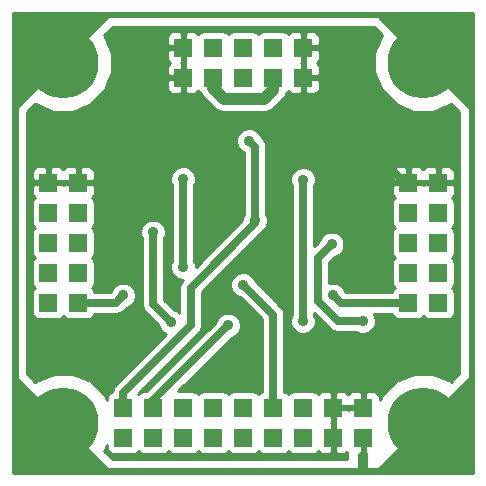
<source format=gbr>
G04 #@! TF.FileFunction,Copper,L2,Bot,Signal*
%FSLAX46Y46*%
G04 Gerber Fmt 4.6, Leading zero omitted, Abs format (unit mm)*
G04 Created by KiCad (PCBNEW 4.0.1-stable) date 8. 8. 2016 15:38:06*
%MOMM*%
G01*
G04 APERTURE LIST*
%ADD10C,0.100000*%
%ADD11R,1.524000X1.524000*%
%ADD12C,6.000000*%
%ADD13C,0.889000*%
%ADD14C,0.635000*%
%ADD15C,1.016000*%
%ADD16C,0.254000*%
G04 APERTURE END LIST*
D10*
D11*
X163830000Y-101600000D03*
X161290000Y-101600000D03*
X163830000Y-99060000D03*
X161290000Y-99060000D03*
X163830000Y-96520000D03*
X161290000Y-96520000D03*
X163830000Y-93980000D03*
X161290000Y-93980000D03*
X163830000Y-91440000D03*
X161290000Y-91440000D03*
X157480000Y-110490000D03*
X157480000Y-113030000D03*
X152400000Y-80010000D03*
X152400000Y-82550000D03*
X149860000Y-80010000D03*
X149860000Y-82550000D03*
X147320000Y-80010000D03*
X147320000Y-82550000D03*
X144780000Y-80010000D03*
X144780000Y-82550000D03*
X142240000Y-80010000D03*
X142240000Y-82550000D03*
X133350000Y-101600000D03*
X130810000Y-101600000D03*
X133350000Y-99060000D03*
X130810000Y-99060000D03*
X133350000Y-96520000D03*
X130810000Y-96520000D03*
X133350000Y-93980000D03*
X130810000Y-93980000D03*
X133350000Y-91440000D03*
X130810000Y-91440000D03*
D12*
X132080000Y-111760000D03*
X132080000Y-81280000D03*
X162560000Y-111760000D03*
X162560000Y-81280000D03*
D11*
X154940000Y-110490000D03*
X154940000Y-113030000D03*
X152400000Y-110490000D03*
X152400000Y-113030000D03*
X149860000Y-110490000D03*
X149860000Y-113030000D03*
X147320000Y-110490000D03*
X147320000Y-113030000D03*
X144780000Y-110490000D03*
X144780000Y-113030000D03*
X142240000Y-110490000D03*
X142240000Y-113030000D03*
X139700000Y-110490000D03*
X139700000Y-113030000D03*
X137160000Y-110490000D03*
X137160000Y-113030000D03*
D13*
X137160000Y-100965000D03*
X154940000Y-89916000D03*
X148336000Y-94615000D03*
X147828000Y-87884000D03*
X154940000Y-100965000D03*
X142240000Y-91122500D03*
X142240000Y-98552000D03*
X139700000Y-95631000D03*
X141224000Y-103251000D03*
X157448250Y-103155750D03*
X154813000Y-96647000D03*
X152368250Y-103155750D03*
X152400000Y-91186000D03*
X146050000Y-103505000D03*
X147320000Y-100076000D03*
D14*
X137160000Y-100965000D02*
X136525000Y-101600000D01*
X136525000Y-101600000D02*
X133350000Y-101600000D01*
X161290000Y-91440000D02*
X161036000Y-91440000D01*
X161036000Y-91440000D02*
X159512000Y-89916000D01*
X159512000Y-89916000D02*
X154940000Y-89916000D01*
X148336000Y-94615000D02*
X148336000Y-94869000D01*
X137160000Y-109220000D02*
X137160000Y-110490000D01*
X142875000Y-103505000D02*
X137160000Y-109220000D01*
X142875000Y-100330000D02*
X142875000Y-103505000D01*
X148336000Y-94869000D02*
X142875000Y-100330000D01*
X148336000Y-94615000D02*
X148209000Y-94615000D01*
X148209000Y-94615000D02*
X148336000Y-94615000D01*
X148336000Y-88392000D02*
X148336000Y-94615000D01*
X147828000Y-87884000D02*
X148336000Y-88392000D01*
D15*
X144780000Y-82550000D02*
X144780000Y-83439000D01*
X149860000Y-83566000D02*
X149860000Y-82550000D01*
X149098000Y-84328000D02*
X149860000Y-83566000D01*
X145669000Y-84328000D02*
X149098000Y-84328000D01*
X144780000Y-83439000D02*
X145669000Y-84328000D01*
D14*
X154940000Y-100965000D02*
X155575000Y-101600000D01*
X155575000Y-101600000D02*
X161290000Y-101600000D01*
X142240000Y-91059000D02*
X142240000Y-98552000D01*
X142240000Y-91059000D02*
X142240000Y-91122500D01*
X139700000Y-101727000D02*
X139700000Y-95631000D01*
X141224000Y-103251000D02*
X139700000Y-101727000D01*
X154813000Y-96647000D02*
X153670000Y-97790000D01*
X153670000Y-101473000D02*
X153670000Y-97790000D01*
X155321000Y-103124000D02*
X153670000Y-101473000D01*
X157480000Y-103124000D02*
X155321000Y-103124000D01*
X157480000Y-103124000D02*
X157448250Y-103155750D01*
X152400000Y-103124000D02*
X152400000Y-91186000D01*
X152400000Y-103124000D02*
X152368250Y-103155750D01*
X139700000Y-110490000D02*
X139700000Y-109855000D01*
X139700000Y-109855000D02*
X146050000Y-103505000D01*
X149860000Y-110490000D02*
X149860000Y-102616000D01*
X149860000Y-102616000D02*
X147320000Y-100076000D01*
D16*
G36*
X166803000Y-116003000D02*
X127837000Y-116003000D01*
X127837000Y-85090000D01*
X128143000Y-85090000D01*
X128143000Y-107950000D01*
X128153006Y-107999410D01*
X128180197Y-108039803D01*
X135800197Y-115659803D01*
X135842211Y-115687666D01*
X135890000Y-115697000D01*
X157035500Y-115697000D01*
X157084910Y-115686994D01*
X157126535Y-115658553D01*
X157153815Y-115616159D01*
X157162500Y-115570000D01*
X157162500Y-114427000D01*
X157194250Y-114427000D01*
X157353000Y-114268250D01*
X157353000Y-113157000D01*
X157333000Y-113157000D01*
X157333000Y-112903000D01*
X157353000Y-112903000D01*
X157353000Y-112883000D01*
X157607000Y-112883000D01*
X157607000Y-112903000D01*
X157627000Y-112903000D01*
X157627000Y-113157000D01*
X157607000Y-113157000D01*
X157607000Y-114268250D01*
X157734000Y-114395250D01*
X157734000Y-115570000D01*
X157744006Y-115619410D01*
X157772447Y-115661035D01*
X157814841Y-115688315D01*
X157861000Y-115697000D01*
X158750000Y-115697000D01*
X158799410Y-115686994D01*
X158839803Y-115659803D01*
X166459803Y-108039803D01*
X166487666Y-107997789D01*
X166497000Y-107950000D01*
X166497000Y-85090000D01*
X166486994Y-85040590D01*
X166459803Y-85000197D01*
X158839803Y-77380197D01*
X158797789Y-77352334D01*
X158750000Y-77343000D01*
X135890000Y-77343000D01*
X135840590Y-77353006D01*
X135800197Y-77380197D01*
X128180197Y-85000197D01*
X128152334Y-85042211D01*
X128143000Y-85090000D01*
X127837000Y-85090000D01*
X127837000Y-77037000D01*
X166803000Y-77037000D01*
X166803000Y-116003000D01*
X166803000Y-116003000D01*
G37*
X166803000Y-116003000D02*
X127837000Y-116003000D01*
X127837000Y-85090000D01*
X128143000Y-85090000D01*
X128143000Y-107950000D01*
X128153006Y-107999410D01*
X128180197Y-108039803D01*
X135800197Y-115659803D01*
X135842211Y-115687666D01*
X135890000Y-115697000D01*
X157035500Y-115697000D01*
X157084910Y-115686994D01*
X157126535Y-115658553D01*
X157153815Y-115616159D01*
X157162500Y-115570000D01*
X157162500Y-114427000D01*
X157194250Y-114427000D01*
X157353000Y-114268250D01*
X157353000Y-113157000D01*
X157333000Y-113157000D01*
X157333000Y-112903000D01*
X157353000Y-112903000D01*
X157353000Y-112883000D01*
X157607000Y-112883000D01*
X157607000Y-112903000D01*
X157627000Y-112903000D01*
X157627000Y-113157000D01*
X157607000Y-113157000D01*
X157607000Y-114268250D01*
X157734000Y-114395250D01*
X157734000Y-115570000D01*
X157744006Y-115619410D01*
X157772447Y-115661035D01*
X157814841Y-115688315D01*
X157861000Y-115697000D01*
X158750000Y-115697000D01*
X158799410Y-115686994D01*
X158839803Y-115659803D01*
X166459803Y-108039803D01*
X166487666Y-107997789D01*
X166497000Y-107950000D01*
X166497000Y-85090000D01*
X166486994Y-85040590D01*
X166459803Y-85000197D01*
X158839803Y-77380197D01*
X158797789Y-77352334D01*
X158750000Y-77343000D01*
X135890000Y-77343000D01*
X135840590Y-77353006D01*
X135800197Y-77380197D01*
X128180197Y-85000197D01*
X128152334Y-85042211D01*
X128143000Y-85090000D01*
X127837000Y-85090000D01*
X127837000Y-77037000D01*
X166803000Y-77037000D01*
X166803000Y-116003000D01*
G36*
X159075222Y-78927328D02*
X159063340Y-78939190D01*
X158433718Y-80455487D01*
X158432285Y-82097310D01*
X159059259Y-83614704D01*
X160219190Y-84776660D01*
X161735487Y-85406282D01*
X163377310Y-85407715D01*
X164894704Y-84780741D01*
X164911684Y-84763790D01*
X165608000Y-85460106D01*
X165608000Y-107579894D01*
X164912672Y-108275222D01*
X164900810Y-108263340D01*
X163384513Y-107633718D01*
X161742690Y-107632285D01*
X160225296Y-108259259D01*
X159063340Y-109419190D01*
X158877000Y-109867946D01*
X158877000Y-109601691D01*
X158780327Y-109368302D01*
X158601699Y-109189673D01*
X158368310Y-109093000D01*
X157765750Y-109093000D01*
X157607000Y-109251750D01*
X157607000Y-110363000D01*
X157627000Y-110363000D01*
X157627000Y-110617000D01*
X157607000Y-110617000D01*
X157607000Y-110637000D01*
X157353000Y-110637000D01*
X157353000Y-110617000D01*
X156241750Y-110617000D01*
X156210000Y-110648750D01*
X156178250Y-110617000D01*
X155067000Y-110617000D01*
X155067000Y-111728250D01*
X155098750Y-111760000D01*
X155067000Y-111791750D01*
X155067000Y-112903000D01*
X155087000Y-112903000D01*
X155087000Y-113157000D01*
X155067000Y-113157000D01*
X155067000Y-114268250D01*
X155225750Y-114427000D01*
X155828310Y-114427000D01*
X156061699Y-114330327D01*
X156146500Y-114245525D01*
X156146500Y-114808000D01*
X136260106Y-114808000D01*
X135564778Y-114112672D01*
X135576660Y-114100810D01*
X135750560Y-113682013D01*
X135750560Y-113792000D01*
X135794838Y-114027317D01*
X135933910Y-114243441D01*
X136146110Y-114388431D01*
X136398000Y-114439440D01*
X137922000Y-114439440D01*
X138157317Y-114395162D01*
X138373441Y-114256090D01*
X138429374Y-114174230D01*
X138473910Y-114243441D01*
X138686110Y-114388431D01*
X138938000Y-114439440D01*
X140462000Y-114439440D01*
X140697317Y-114395162D01*
X140913441Y-114256090D01*
X140969374Y-114174230D01*
X141013910Y-114243441D01*
X141226110Y-114388431D01*
X141478000Y-114439440D01*
X143002000Y-114439440D01*
X143237317Y-114395162D01*
X143453441Y-114256090D01*
X143509374Y-114174230D01*
X143553910Y-114243441D01*
X143766110Y-114388431D01*
X144018000Y-114439440D01*
X145542000Y-114439440D01*
X145777317Y-114395162D01*
X145993441Y-114256090D01*
X146049374Y-114174230D01*
X146093910Y-114243441D01*
X146306110Y-114388431D01*
X146558000Y-114439440D01*
X148082000Y-114439440D01*
X148317317Y-114395162D01*
X148533441Y-114256090D01*
X148589374Y-114174230D01*
X148633910Y-114243441D01*
X148846110Y-114388431D01*
X149098000Y-114439440D01*
X150622000Y-114439440D01*
X150857317Y-114395162D01*
X151073441Y-114256090D01*
X151129374Y-114174230D01*
X151173910Y-114243441D01*
X151386110Y-114388431D01*
X151638000Y-114439440D01*
X153162000Y-114439440D01*
X153397317Y-114395162D01*
X153613441Y-114256090D01*
X153666464Y-114178489D01*
X153818301Y-114330327D01*
X154051690Y-114427000D01*
X154654250Y-114427000D01*
X154813000Y-114268250D01*
X154813000Y-113157000D01*
X154793000Y-113157000D01*
X154793000Y-112903000D01*
X154813000Y-112903000D01*
X154813000Y-111791750D01*
X154781250Y-111760000D01*
X154813000Y-111728250D01*
X154813000Y-110617000D01*
X154793000Y-110617000D01*
X154793000Y-110363000D01*
X154813000Y-110363000D01*
X154813000Y-109251750D01*
X155067000Y-109251750D01*
X155067000Y-110363000D01*
X156178250Y-110363000D01*
X156210000Y-110331250D01*
X156241750Y-110363000D01*
X157353000Y-110363000D01*
X157353000Y-109251750D01*
X157194250Y-109093000D01*
X156591690Y-109093000D01*
X156358301Y-109189673D01*
X156210000Y-109337975D01*
X156061699Y-109189673D01*
X155828310Y-109093000D01*
X155225750Y-109093000D01*
X155067000Y-109251750D01*
X154813000Y-109251750D01*
X154654250Y-109093000D01*
X154051690Y-109093000D01*
X153818301Y-109189673D01*
X153667329Y-109340646D01*
X153626090Y-109276559D01*
X153413890Y-109131569D01*
X153162000Y-109080560D01*
X151638000Y-109080560D01*
X151402683Y-109124838D01*
X151186559Y-109263910D01*
X151130626Y-109345770D01*
X151086090Y-109276559D01*
X150873890Y-109131569D01*
X150812500Y-109119137D01*
X150812500Y-103369534D01*
X151288563Y-103369534D01*
X151452561Y-103766439D01*
X151755964Y-104070372D01*
X152152582Y-104235063D01*
X152582034Y-104235437D01*
X152978939Y-104071439D01*
X153282872Y-103768036D01*
X153447563Y-103371418D01*
X153447937Y-102941966D01*
X153352500Y-102710991D01*
X153352500Y-102502538D01*
X154647481Y-103797519D01*
X154956494Y-104003995D01*
X155321000Y-104076500D01*
X156850722Y-104076500D01*
X157232582Y-104235063D01*
X157662034Y-104235437D01*
X158058939Y-104071439D01*
X158362872Y-103768036D01*
X158527563Y-103371418D01*
X158527937Y-102941966D01*
X158367013Y-102552500D01*
X159916405Y-102552500D01*
X159924838Y-102597317D01*
X160063910Y-102813441D01*
X160276110Y-102958431D01*
X160528000Y-103009440D01*
X162052000Y-103009440D01*
X162287317Y-102965162D01*
X162503441Y-102826090D01*
X162559374Y-102744230D01*
X162603910Y-102813441D01*
X162816110Y-102958431D01*
X163068000Y-103009440D01*
X164592000Y-103009440D01*
X164827317Y-102965162D01*
X165043441Y-102826090D01*
X165188431Y-102613890D01*
X165239440Y-102362000D01*
X165239440Y-100838000D01*
X165195162Y-100602683D01*
X165056090Y-100386559D01*
X164974230Y-100330626D01*
X165043441Y-100286090D01*
X165188431Y-100073890D01*
X165239440Y-99822000D01*
X165239440Y-98298000D01*
X165195162Y-98062683D01*
X165056090Y-97846559D01*
X164974230Y-97790626D01*
X165043441Y-97746090D01*
X165188431Y-97533890D01*
X165239440Y-97282000D01*
X165239440Y-95758000D01*
X165195162Y-95522683D01*
X165056090Y-95306559D01*
X164974230Y-95250626D01*
X165043441Y-95206090D01*
X165188431Y-94993890D01*
X165239440Y-94742000D01*
X165239440Y-93218000D01*
X165195162Y-92982683D01*
X165056090Y-92766559D01*
X164978489Y-92713536D01*
X165130327Y-92561699D01*
X165227000Y-92328310D01*
X165227000Y-91725750D01*
X165068250Y-91567000D01*
X163957000Y-91567000D01*
X163957000Y-91587000D01*
X163703000Y-91587000D01*
X163703000Y-91567000D01*
X162591750Y-91567000D01*
X162560000Y-91598750D01*
X162528250Y-91567000D01*
X161417000Y-91567000D01*
X161417000Y-91587000D01*
X161163000Y-91587000D01*
X161163000Y-91567000D01*
X160051750Y-91567000D01*
X159893000Y-91725750D01*
X159893000Y-92328310D01*
X159989673Y-92561699D01*
X160140646Y-92712671D01*
X160076559Y-92753910D01*
X159931569Y-92966110D01*
X159880560Y-93218000D01*
X159880560Y-94742000D01*
X159924838Y-94977317D01*
X160063910Y-95193441D01*
X160145770Y-95249374D01*
X160076559Y-95293910D01*
X159931569Y-95506110D01*
X159880560Y-95758000D01*
X159880560Y-97282000D01*
X159924838Y-97517317D01*
X160063910Y-97733441D01*
X160145770Y-97789374D01*
X160076559Y-97833910D01*
X159931569Y-98046110D01*
X159880560Y-98298000D01*
X159880560Y-99822000D01*
X159924838Y-100057317D01*
X160063910Y-100273441D01*
X160145770Y-100329374D01*
X160076559Y-100373910D01*
X159931569Y-100586110D01*
X159919137Y-100647500D01*
X155976832Y-100647500D01*
X155855689Y-100354311D01*
X155552286Y-100050378D01*
X155155668Y-99885687D01*
X154726216Y-99885313D01*
X154622500Y-99928168D01*
X154622500Y-98184538D01*
X155118069Y-97688969D01*
X155423689Y-97562689D01*
X155727622Y-97259286D01*
X155892313Y-96862668D01*
X155892687Y-96433216D01*
X155728689Y-96036311D01*
X155425286Y-95732378D01*
X155028668Y-95567687D01*
X154599216Y-95567313D01*
X154202311Y-95731311D01*
X153898378Y-96034714D01*
X153770653Y-96342309D01*
X153352500Y-96760462D01*
X153352500Y-91707066D01*
X153479313Y-91401668D01*
X153479687Y-90972216D01*
X153315689Y-90575311D01*
X153292110Y-90551690D01*
X159893000Y-90551690D01*
X159893000Y-91154250D01*
X160051750Y-91313000D01*
X161163000Y-91313000D01*
X161163000Y-90201750D01*
X161417000Y-90201750D01*
X161417000Y-91313000D01*
X162528250Y-91313000D01*
X162560000Y-91281250D01*
X162591750Y-91313000D01*
X163703000Y-91313000D01*
X163703000Y-90201750D01*
X163957000Y-90201750D01*
X163957000Y-91313000D01*
X165068250Y-91313000D01*
X165227000Y-91154250D01*
X165227000Y-90551690D01*
X165130327Y-90318301D01*
X164951698Y-90139673D01*
X164718309Y-90043000D01*
X164115750Y-90043000D01*
X163957000Y-90201750D01*
X163703000Y-90201750D01*
X163544250Y-90043000D01*
X162941691Y-90043000D01*
X162708302Y-90139673D01*
X162560000Y-90287974D01*
X162411698Y-90139673D01*
X162178309Y-90043000D01*
X161575750Y-90043000D01*
X161417000Y-90201750D01*
X161163000Y-90201750D01*
X161004250Y-90043000D01*
X160401691Y-90043000D01*
X160168302Y-90139673D01*
X159989673Y-90318301D01*
X159893000Y-90551690D01*
X153292110Y-90551690D01*
X153012286Y-90271378D01*
X152615668Y-90106687D01*
X152186216Y-90106313D01*
X151789311Y-90270311D01*
X151485378Y-90573714D01*
X151320687Y-90970332D01*
X151320313Y-91399784D01*
X151447500Y-91707600D01*
X151447500Y-102558222D01*
X151288937Y-102940082D01*
X151288563Y-103369534D01*
X150812500Y-103369534D01*
X150812500Y-102616000D01*
X150739995Y-102251494D01*
X150669853Y-102146519D01*
X150533519Y-101942480D01*
X148361968Y-99770930D01*
X148235689Y-99465311D01*
X147932286Y-99161378D01*
X147535668Y-98996687D01*
X147106216Y-98996313D01*
X146709311Y-99160311D01*
X146405378Y-99463714D01*
X146240687Y-99860332D01*
X146240313Y-100289784D01*
X146404311Y-100686689D01*
X146707714Y-100990622D01*
X147015309Y-101118347D01*
X148907500Y-103010539D01*
X148907500Y-109116405D01*
X148862683Y-109124838D01*
X148646559Y-109263910D01*
X148590626Y-109345770D01*
X148546090Y-109276559D01*
X148333890Y-109131569D01*
X148082000Y-109080560D01*
X146558000Y-109080560D01*
X146322683Y-109124838D01*
X146106559Y-109263910D01*
X146050626Y-109345770D01*
X146006090Y-109276559D01*
X145793890Y-109131569D01*
X145542000Y-109080560D01*
X144018000Y-109080560D01*
X143782683Y-109124838D01*
X143566559Y-109263910D01*
X143510626Y-109345770D01*
X143466090Y-109276559D01*
X143253890Y-109131569D01*
X143002000Y-109080560D01*
X141821478Y-109080560D01*
X146355069Y-104546969D01*
X146660689Y-104420689D01*
X146964622Y-104117286D01*
X147129313Y-103720668D01*
X147129687Y-103291216D01*
X146965689Y-102894311D01*
X146662286Y-102590378D01*
X146265668Y-102425687D01*
X145836216Y-102425313D01*
X145439311Y-102589311D01*
X145135378Y-102892714D01*
X145007653Y-103200309D01*
X139127402Y-109080560D01*
X138938000Y-109080560D01*
X138702683Y-109124838D01*
X138486559Y-109263910D01*
X138430626Y-109345770D01*
X138411301Y-109315737D01*
X143548520Y-104178519D01*
X143718236Y-103924519D01*
X143754995Y-103869506D01*
X143827500Y-103505000D01*
X143827500Y-100724538D01*
X149009519Y-95542519D01*
X149159114Y-95318635D01*
X149250622Y-95227286D01*
X149415313Y-94830668D01*
X149415687Y-94401216D01*
X149288500Y-94093400D01*
X149288500Y-88392000D01*
X149215995Y-88027494D01*
X149009519Y-87718480D01*
X148869968Y-87578929D01*
X148743689Y-87273311D01*
X148440286Y-86969378D01*
X148043668Y-86804687D01*
X147614216Y-86804313D01*
X147217311Y-86968311D01*
X146913378Y-87271714D01*
X146748687Y-87668332D01*
X146748313Y-88097784D01*
X146912311Y-88494689D01*
X147215714Y-88798622D01*
X147383500Y-88868293D01*
X147383500Y-94093934D01*
X147256687Y-94399332D01*
X147256511Y-94601451D01*
X143319513Y-98538449D01*
X143319687Y-98338216D01*
X143192500Y-98030400D01*
X143192500Y-91643566D01*
X143319313Y-91338168D01*
X143319687Y-90908716D01*
X143155689Y-90511811D01*
X142852286Y-90207878D01*
X142455668Y-90043187D01*
X142026216Y-90042813D01*
X141629311Y-90206811D01*
X141325378Y-90510214D01*
X141160687Y-90906832D01*
X141160313Y-91336284D01*
X141287500Y-91644100D01*
X141287500Y-98030934D01*
X141160687Y-98336332D01*
X141160313Y-98765784D01*
X141324311Y-99162689D01*
X141627714Y-99466622D01*
X142024332Y-99631313D01*
X142226473Y-99631489D01*
X142201481Y-99656481D01*
X141995005Y-99965494D01*
X141922500Y-100330000D01*
X141922500Y-102422743D01*
X141836286Y-102336378D01*
X141528692Y-102208653D01*
X140652500Y-101332462D01*
X140652500Y-96152066D01*
X140779313Y-95846668D01*
X140779687Y-95417216D01*
X140615689Y-95020311D01*
X140312286Y-94716378D01*
X139915668Y-94551687D01*
X139486216Y-94551313D01*
X139089311Y-94715311D01*
X138785378Y-95018714D01*
X138620687Y-95415332D01*
X138620313Y-95844784D01*
X138747500Y-96152600D01*
X138747500Y-101727000D01*
X138820005Y-102091506D01*
X139026481Y-102400519D01*
X140182032Y-103556071D01*
X140308311Y-103861689D01*
X140611714Y-104165622D01*
X140792337Y-104240624D01*
X136486481Y-108546481D01*
X136280005Y-108855494D01*
X136228908Y-109112377D01*
X136162683Y-109124838D01*
X135946559Y-109263910D01*
X135801569Y-109476110D01*
X135750560Y-109728000D01*
X135750560Y-109836290D01*
X135580741Y-109425296D01*
X134420810Y-108263340D01*
X132904513Y-107633718D01*
X131262690Y-107632285D01*
X129745296Y-108259259D01*
X129728316Y-108276210D01*
X129032000Y-107579894D01*
X129032000Y-93218000D01*
X129400560Y-93218000D01*
X129400560Y-94742000D01*
X129444838Y-94977317D01*
X129583910Y-95193441D01*
X129665770Y-95249374D01*
X129596559Y-95293910D01*
X129451569Y-95506110D01*
X129400560Y-95758000D01*
X129400560Y-97282000D01*
X129444838Y-97517317D01*
X129583910Y-97733441D01*
X129665770Y-97789374D01*
X129596559Y-97833910D01*
X129451569Y-98046110D01*
X129400560Y-98298000D01*
X129400560Y-99822000D01*
X129444838Y-100057317D01*
X129583910Y-100273441D01*
X129665770Y-100329374D01*
X129596559Y-100373910D01*
X129451569Y-100586110D01*
X129400560Y-100838000D01*
X129400560Y-102362000D01*
X129444838Y-102597317D01*
X129583910Y-102813441D01*
X129796110Y-102958431D01*
X130048000Y-103009440D01*
X131572000Y-103009440D01*
X131807317Y-102965162D01*
X132023441Y-102826090D01*
X132079374Y-102744230D01*
X132123910Y-102813441D01*
X132336110Y-102958431D01*
X132588000Y-103009440D01*
X134112000Y-103009440D01*
X134347317Y-102965162D01*
X134563441Y-102826090D01*
X134708431Y-102613890D01*
X134720863Y-102552500D01*
X136525000Y-102552500D01*
X136889506Y-102479995D01*
X137198519Y-102273519D01*
X137465069Y-102006969D01*
X137770689Y-101880689D01*
X138074622Y-101577286D01*
X138239313Y-101180668D01*
X138239687Y-100751216D01*
X138075689Y-100354311D01*
X137772286Y-100050378D01*
X137375668Y-99885687D01*
X136946216Y-99885313D01*
X136549311Y-100049311D01*
X136245378Y-100352714D01*
X136122972Y-100647500D01*
X134723595Y-100647500D01*
X134715162Y-100602683D01*
X134576090Y-100386559D01*
X134494230Y-100330626D01*
X134563441Y-100286090D01*
X134708431Y-100073890D01*
X134759440Y-99822000D01*
X134759440Y-98298000D01*
X134715162Y-98062683D01*
X134576090Y-97846559D01*
X134494230Y-97790626D01*
X134563441Y-97746090D01*
X134708431Y-97533890D01*
X134759440Y-97282000D01*
X134759440Y-95758000D01*
X134715162Y-95522683D01*
X134576090Y-95306559D01*
X134494230Y-95250626D01*
X134563441Y-95206090D01*
X134708431Y-94993890D01*
X134759440Y-94742000D01*
X134759440Y-93218000D01*
X134715162Y-92982683D01*
X134576090Y-92766559D01*
X134498489Y-92713536D01*
X134650327Y-92561699D01*
X134747000Y-92328310D01*
X134747000Y-91725750D01*
X134588250Y-91567000D01*
X133477000Y-91567000D01*
X133477000Y-91587000D01*
X133223000Y-91587000D01*
X133223000Y-91567000D01*
X132111750Y-91567000D01*
X132080000Y-91598750D01*
X132048250Y-91567000D01*
X130937000Y-91567000D01*
X130937000Y-91587000D01*
X130683000Y-91587000D01*
X130683000Y-91567000D01*
X129571750Y-91567000D01*
X129413000Y-91725750D01*
X129413000Y-92328310D01*
X129509673Y-92561699D01*
X129660646Y-92712671D01*
X129596559Y-92753910D01*
X129451569Y-92966110D01*
X129400560Y-93218000D01*
X129032000Y-93218000D01*
X129032000Y-90551690D01*
X129413000Y-90551690D01*
X129413000Y-91154250D01*
X129571750Y-91313000D01*
X130683000Y-91313000D01*
X130683000Y-90201750D01*
X130937000Y-90201750D01*
X130937000Y-91313000D01*
X132048250Y-91313000D01*
X132080000Y-91281250D01*
X132111750Y-91313000D01*
X133223000Y-91313000D01*
X133223000Y-90201750D01*
X133477000Y-90201750D01*
X133477000Y-91313000D01*
X134588250Y-91313000D01*
X134747000Y-91154250D01*
X134747000Y-90551690D01*
X134650327Y-90318301D01*
X134471698Y-90139673D01*
X134238309Y-90043000D01*
X133635750Y-90043000D01*
X133477000Y-90201750D01*
X133223000Y-90201750D01*
X133064250Y-90043000D01*
X132461691Y-90043000D01*
X132228302Y-90139673D01*
X132080000Y-90287974D01*
X131931698Y-90139673D01*
X131698309Y-90043000D01*
X131095750Y-90043000D01*
X130937000Y-90201750D01*
X130683000Y-90201750D01*
X130524250Y-90043000D01*
X129921691Y-90043000D01*
X129688302Y-90139673D01*
X129509673Y-90318301D01*
X129413000Y-90551690D01*
X129032000Y-90551690D01*
X129032000Y-85460106D01*
X129727328Y-84764778D01*
X129739190Y-84776660D01*
X131255487Y-85406282D01*
X132897310Y-85407715D01*
X134414704Y-84780741D01*
X135576660Y-83620810D01*
X135902645Y-82835750D01*
X140843000Y-82835750D01*
X140843000Y-83438309D01*
X140939673Y-83671698D01*
X141118301Y-83850327D01*
X141351690Y-83947000D01*
X141954250Y-83947000D01*
X142113000Y-83788250D01*
X142113000Y-82677000D01*
X141001750Y-82677000D01*
X140843000Y-82835750D01*
X135902645Y-82835750D01*
X136206282Y-82104513D01*
X136207715Y-80462690D01*
X136138737Y-80295750D01*
X140843000Y-80295750D01*
X140843000Y-80898309D01*
X140939673Y-81131698D01*
X141087974Y-81280000D01*
X140939673Y-81428302D01*
X140843000Y-81661691D01*
X140843000Y-82264250D01*
X141001750Y-82423000D01*
X142113000Y-82423000D01*
X142113000Y-81311750D01*
X142081250Y-81280000D01*
X142113000Y-81248250D01*
X142113000Y-80137000D01*
X141001750Y-80137000D01*
X140843000Y-80295750D01*
X136138737Y-80295750D01*
X135653626Y-79121691D01*
X140843000Y-79121691D01*
X140843000Y-79724250D01*
X141001750Y-79883000D01*
X142113000Y-79883000D01*
X142113000Y-78771750D01*
X142367000Y-78771750D01*
X142367000Y-79883000D01*
X142387000Y-79883000D01*
X142387000Y-80137000D01*
X142367000Y-80137000D01*
X142367000Y-81248250D01*
X142398750Y-81280000D01*
X142367000Y-81311750D01*
X142367000Y-82423000D01*
X142387000Y-82423000D01*
X142387000Y-82677000D01*
X142367000Y-82677000D01*
X142367000Y-83788250D01*
X142525750Y-83947000D01*
X143128310Y-83947000D01*
X143361699Y-83850327D01*
X143512671Y-83699354D01*
X143553910Y-83763441D01*
X143728009Y-83882398D01*
X143971777Y-84247223D01*
X144860777Y-85136223D01*
X145231593Y-85383994D01*
X145669000Y-85471000D01*
X149098000Y-85471000D01*
X149535407Y-85383994D01*
X149906223Y-85136223D01*
X150668223Y-84374223D01*
X150915994Y-84003407D01*
X150944737Y-83858909D01*
X151073441Y-83776090D01*
X151126464Y-83698489D01*
X151278301Y-83850327D01*
X151511690Y-83947000D01*
X152114250Y-83947000D01*
X152273000Y-83788250D01*
X152273000Y-82677000D01*
X152527000Y-82677000D01*
X152527000Y-83788250D01*
X152685750Y-83947000D01*
X153288310Y-83947000D01*
X153521699Y-83850327D01*
X153700327Y-83671698D01*
X153797000Y-83438309D01*
X153797000Y-82835750D01*
X153638250Y-82677000D01*
X152527000Y-82677000D01*
X152273000Y-82677000D01*
X152253000Y-82677000D01*
X152253000Y-82423000D01*
X152273000Y-82423000D01*
X152273000Y-81311750D01*
X152241250Y-81280000D01*
X152273000Y-81248250D01*
X152273000Y-80137000D01*
X152527000Y-80137000D01*
X152527000Y-81248250D01*
X152558750Y-81280000D01*
X152527000Y-81311750D01*
X152527000Y-82423000D01*
X153638250Y-82423000D01*
X153797000Y-82264250D01*
X153797000Y-81661691D01*
X153700327Y-81428302D01*
X153552026Y-81280000D01*
X153700327Y-81131698D01*
X153797000Y-80898309D01*
X153797000Y-80295750D01*
X153638250Y-80137000D01*
X152527000Y-80137000D01*
X152273000Y-80137000D01*
X152253000Y-80137000D01*
X152253000Y-79883000D01*
X152273000Y-79883000D01*
X152273000Y-78771750D01*
X152527000Y-78771750D01*
X152527000Y-79883000D01*
X153638250Y-79883000D01*
X153797000Y-79724250D01*
X153797000Y-79121691D01*
X153700327Y-78888302D01*
X153521699Y-78709673D01*
X153288310Y-78613000D01*
X152685750Y-78613000D01*
X152527000Y-78771750D01*
X152273000Y-78771750D01*
X152114250Y-78613000D01*
X151511690Y-78613000D01*
X151278301Y-78709673D01*
X151127329Y-78860646D01*
X151086090Y-78796559D01*
X150873890Y-78651569D01*
X150622000Y-78600560D01*
X149098000Y-78600560D01*
X148862683Y-78644838D01*
X148646559Y-78783910D01*
X148590626Y-78865770D01*
X148546090Y-78796559D01*
X148333890Y-78651569D01*
X148082000Y-78600560D01*
X146558000Y-78600560D01*
X146322683Y-78644838D01*
X146106559Y-78783910D01*
X146050626Y-78865770D01*
X146006090Y-78796559D01*
X145793890Y-78651569D01*
X145542000Y-78600560D01*
X144018000Y-78600560D01*
X143782683Y-78644838D01*
X143566559Y-78783910D01*
X143513536Y-78861511D01*
X143361699Y-78709673D01*
X143128310Y-78613000D01*
X142525750Y-78613000D01*
X142367000Y-78771750D01*
X142113000Y-78771750D01*
X141954250Y-78613000D01*
X141351690Y-78613000D01*
X141118301Y-78709673D01*
X140939673Y-78888302D01*
X140843000Y-79121691D01*
X135653626Y-79121691D01*
X135580741Y-78945296D01*
X135563790Y-78928316D01*
X136260106Y-78232000D01*
X158379894Y-78232000D01*
X159075222Y-78927328D01*
X159075222Y-78927328D01*
G37*
X159075222Y-78927328D02*
X159063340Y-78939190D01*
X158433718Y-80455487D01*
X158432285Y-82097310D01*
X159059259Y-83614704D01*
X160219190Y-84776660D01*
X161735487Y-85406282D01*
X163377310Y-85407715D01*
X164894704Y-84780741D01*
X164911684Y-84763790D01*
X165608000Y-85460106D01*
X165608000Y-107579894D01*
X164912672Y-108275222D01*
X164900810Y-108263340D01*
X163384513Y-107633718D01*
X161742690Y-107632285D01*
X160225296Y-108259259D01*
X159063340Y-109419190D01*
X158877000Y-109867946D01*
X158877000Y-109601691D01*
X158780327Y-109368302D01*
X158601699Y-109189673D01*
X158368310Y-109093000D01*
X157765750Y-109093000D01*
X157607000Y-109251750D01*
X157607000Y-110363000D01*
X157627000Y-110363000D01*
X157627000Y-110617000D01*
X157607000Y-110617000D01*
X157607000Y-110637000D01*
X157353000Y-110637000D01*
X157353000Y-110617000D01*
X156241750Y-110617000D01*
X156210000Y-110648750D01*
X156178250Y-110617000D01*
X155067000Y-110617000D01*
X155067000Y-111728250D01*
X155098750Y-111760000D01*
X155067000Y-111791750D01*
X155067000Y-112903000D01*
X155087000Y-112903000D01*
X155087000Y-113157000D01*
X155067000Y-113157000D01*
X155067000Y-114268250D01*
X155225750Y-114427000D01*
X155828310Y-114427000D01*
X156061699Y-114330327D01*
X156146500Y-114245525D01*
X156146500Y-114808000D01*
X136260106Y-114808000D01*
X135564778Y-114112672D01*
X135576660Y-114100810D01*
X135750560Y-113682013D01*
X135750560Y-113792000D01*
X135794838Y-114027317D01*
X135933910Y-114243441D01*
X136146110Y-114388431D01*
X136398000Y-114439440D01*
X137922000Y-114439440D01*
X138157317Y-114395162D01*
X138373441Y-114256090D01*
X138429374Y-114174230D01*
X138473910Y-114243441D01*
X138686110Y-114388431D01*
X138938000Y-114439440D01*
X140462000Y-114439440D01*
X140697317Y-114395162D01*
X140913441Y-114256090D01*
X140969374Y-114174230D01*
X141013910Y-114243441D01*
X141226110Y-114388431D01*
X141478000Y-114439440D01*
X143002000Y-114439440D01*
X143237317Y-114395162D01*
X143453441Y-114256090D01*
X143509374Y-114174230D01*
X143553910Y-114243441D01*
X143766110Y-114388431D01*
X144018000Y-114439440D01*
X145542000Y-114439440D01*
X145777317Y-114395162D01*
X145993441Y-114256090D01*
X146049374Y-114174230D01*
X146093910Y-114243441D01*
X146306110Y-114388431D01*
X146558000Y-114439440D01*
X148082000Y-114439440D01*
X148317317Y-114395162D01*
X148533441Y-114256090D01*
X148589374Y-114174230D01*
X148633910Y-114243441D01*
X148846110Y-114388431D01*
X149098000Y-114439440D01*
X150622000Y-114439440D01*
X150857317Y-114395162D01*
X151073441Y-114256090D01*
X151129374Y-114174230D01*
X151173910Y-114243441D01*
X151386110Y-114388431D01*
X151638000Y-114439440D01*
X153162000Y-114439440D01*
X153397317Y-114395162D01*
X153613441Y-114256090D01*
X153666464Y-114178489D01*
X153818301Y-114330327D01*
X154051690Y-114427000D01*
X154654250Y-114427000D01*
X154813000Y-114268250D01*
X154813000Y-113157000D01*
X154793000Y-113157000D01*
X154793000Y-112903000D01*
X154813000Y-112903000D01*
X154813000Y-111791750D01*
X154781250Y-111760000D01*
X154813000Y-111728250D01*
X154813000Y-110617000D01*
X154793000Y-110617000D01*
X154793000Y-110363000D01*
X154813000Y-110363000D01*
X154813000Y-109251750D01*
X155067000Y-109251750D01*
X155067000Y-110363000D01*
X156178250Y-110363000D01*
X156210000Y-110331250D01*
X156241750Y-110363000D01*
X157353000Y-110363000D01*
X157353000Y-109251750D01*
X157194250Y-109093000D01*
X156591690Y-109093000D01*
X156358301Y-109189673D01*
X156210000Y-109337975D01*
X156061699Y-109189673D01*
X155828310Y-109093000D01*
X155225750Y-109093000D01*
X155067000Y-109251750D01*
X154813000Y-109251750D01*
X154654250Y-109093000D01*
X154051690Y-109093000D01*
X153818301Y-109189673D01*
X153667329Y-109340646D01*
X153626090Y-109276559D01*
X153413890Y-109131569D01*
X153162000Y-109080560D01*
X151638000Y-109080560D01*
X151402683Y-109124838D01*
X151186559Y-109263910D01*
X151130626Y-109345770D01*
X151086090Y-109276559D01*
X150873890Y-109131569D01*
X150812500Y-109119137D01*
X150812500Y-103369534D01*
X151288563Y-103369534D01*
X151452561Y-103766439D01*
X151755964Y-104070372D01*
X152152582Y-104235063D01*
X152582034Y-104235437D01*
X152978939Y-104071439D01*
X153282872Y-103768036D01*
X153447563Y-103371418D01*
X153447937Y-102941966D01*
X153352500Y-102710991D01*
X153352500Y-102502538D01*
X154647481Y-103797519D01*
X154956494Y-104003995D01*
X155321000Y-104076500D01*
X156850722Y-104076500D01*
X157232582Y-104235063D01*
X157662034Y-104235437D01*
X158058939Y-104071439D01*
X158362872Y-103768036D01*
X158527563Y-103371418D01*
X158527937Y-102941966D01*
X158367013Y-102552500D01*
X159916405Y-102552500D01*
X159924838Y-102597317D01*
X160063910Y-102813441D01*
X160276110Y-102958431D01*
X160528000Y-103009440D01*
X162052000Y-103009440D01*
X162287317Y-102965162D01*
X162503441Y-102826090D01*
X162559374Y-102744230D01*
X162603910Y-102813441D01*
X162816110Y-102958431D01*
X163068000Y-103009440D01*
X164592000Y-103009440D01*
X164827317Y-102965162D01*
X165043441Y-102826090D01*
X165188431Y-102613890D01*
X165239440Y-102362000D01*
X165239440Y-100838000D01*
X165195162Y-100602683D01*
X165056090Y-100386559D01*
X164974230Y-100330626D01*
X165043441Y-100286090D01*
X165188431Y-100073890D01*
X165239440Y-99822000D01*
X165239440Y-98298000D01*
X165195162Y-98062683D01*
X165056090Y-97846559D01*
X164974230Y-97790626D01*
X165043441Y-97746090D01*
X165188431Y-97533890D01*
X165239440Y-97282000D01*
X165239440Y-95758000D01*
X165195162Y-95522683D01*
X165056090Y-95306559D01*
X164974230Y-95250626D01*
X165043441Y-95206090D01*
X165188431Y-94993890D01*
X165239440Y-94742000D01*
X165239440Y-93218000D01*
X165195162Y-92982683D01*
X165056090Y-92766559D01*
X164978489Y-92713536D01*
X165130327Y-92561699D01*
X165227000Y-92328310D01*
X165227000Y-91725750D01*
X165068250Y-91567000D01*
X163957000Y-91567000D01*
X163957000Y-91587000D01*
X163703000Y-91587000D01*
X163703000Y-91567000D01*
X162591750Y-91567000D01*
X162560000Y-91598750D01*
X162528250Y-91567000D01*
X161417000Y-91567000D01*
X161417000Y-91587000D01*
X161163000Y-91587000D01*
X161163000Y-91567000D01*
X160051750Y-91567000D01*
X159893000Y-91725750D01*
X159893000Y-92328310D01*
X159989673Y-92561699D01*
X160140646Y-92712671D01*
X160076559Y-92753910D01*
X159931569Y-92966110D01*
X159880560Y-93218000D01*
X159880560Y-94742000D01*
X159924838Y-94977317D01*
X160063910Y-95193441D01*
X160145770Y-95249374D01*
X160076559Y-95293910D01*
X159931569Y-95506110D01*
X159880560Y-95758000D01*
X159880560Y-97282000D01*
X159924838Y-97517317D01*
X160063910Y-97733441D01*
X160145770Y-97789374D01*
X160076559Y-97833910D01*
X159931569Y-98046110D01*
X159880560Y-98298000D01*
X159880560Y-99822000D01*
X159924838Y-100057317D01*
X160063910Y-100273441D01*
X160145770Y-100329374D01*
X160076559Y-100373910D01*
X159931569Y-100586110D01*
X159919137Y-100647500D01*
X155976832Y-100647500D01*
X155855689Y-100354311D01*
X155552286Y-100050378D01*
X155155668Y-99885687D01*
X154726216Y-99885313D01*
X154622500Y-99928168D01*
X154622500Y-98184538D01*
X155118069Y-97688969D01*
X155423689Y-97562689D01*
X155727622Y-97259286D01*
X155892313Y-96862668D01*
X155892687Y-96433216D01*
X155728689Y-96036311D01*
X155425286Y-95732378D01*
X155028668Y-95567687D01*
X154599216Y-95567313D01*
X154202311Y-95731311D01*
X153898378Y-96034714D01*
X153770653Y-96342309D01*
X153352500Y-96760462D01*
X153352500Y-91707066D01*
X153479313Y-91401668D01*
X153479687Y-90972216D01*
X153315689Y-90575311D01*
X153292110Y-90551690D01*
X159893000Y-90551690D01*
X159893000Y-91154250D01*
X160051750Y-91313000D01*
X161163000Y-91313000D01*
X161163000Y-90201750D01*
X161417000Y-90201750D01*
X161417000Y-91313000D01*
X162528250Y-91313000D01*
X162560000Y-91281250D01*
X162591750Y-91313000D01*
X163703000Y-91313000D01*
X163703000Y-90201750D01*
X163957000Y-90201750D01*
X163957000Y-91313000D01*
X165068250Y-91313000D01*
X165227000Y-91154250D01*
X165227000Y-90551690D01*
X165130327Y-90318301D01*
X164951698Y-90139673D01*
X164718309Y-90043000D01*
X164115750Y-90043000D01*
X163957000Y-90201750D01*
X163703000Y-90201750D01*
X163544250Y-90043000D01*
X162941691Y-90043000D01*
X162708302Y-90139673D01*
X162560000Y-90287974D01*
X162411698Y-90139673D01*
X162178309Y-90043000D01*
X161575750Y-90043000D01*
X161417000Y-90201750D01*
X161163000Y-90201750D01*
X161004250Y-90043000D01*
X160401691Y-90043000D01*
X160168302Y-90139673D01*
X159989673Y-90318301D01*
X159893000Y-90551690D01*
X153292110Y-90551690D01*
X153012286Y-90271378D01*
X152615668Y-90106687D01*
X152186216Y-90106313D01*
X151789311Y-90270311D01*
X151485378Y-90573714D01*
X151320687Y-90970332D01*
X151320313Y-91399784D01*
X151447500Y-91707600D01*
X151447500Y-102558222D01*
X151288937Y-102940082D01*
X151288563Y-103369534D01*
X150812500Y-103369534D01*
X150812500Y-102616000D01*
X150739995Y-102251494D01*
X150669853Y-102146519D01*
X150533519Y-101942480D01*
X148361968Y-99770930D01*
X148235689Y-99465311D01*
X147932286Y-99161378D01*
X147535668Y-98996687D01*
X147106216Y-98996313D01*
X146709311Y-99160311D01*
X146405378Y-99463714D01*
X146240687Y-99860332D01*
X146240313Y-100289784D01*
X146404311Y-100686689D01*
X146707714Y-100990622D01*
X147015309Y-101118347D01*
X148907500Y-103010539D01*
X148907500Y-109116405D01*
X148862683Y-109124838D01*
X148646559Y-109263910D01*
X148590626Y-109345770D01*
X148546090Y-109276559D01*
X148333890Y-109131569D01*
X148082000Y-109080560D01*
X146558000Y-109080560D01*
X146322683Y-109124838D01*
X146106559Y-109263910D01*
X146050626Y-109345770D01*
X146006090Y-109276559D01*
X145793890Y-109131569D01*
X145542000Y-109080560D01*
X144018000Y-109080560D01*
X143782683Y-109124838D01*
X143566559Y-109263910D01*
X143510626Y-109345770D01*
X143466090Y-109276559D01*
X143253890Y-109131569D01*
X143002000Y-109080560D01*
X141821478Y-109080560D01*
X146355069Y-104546969D01*
X146660689Y-104420689D01*
X146964622Y-104117286D01*
X147129313Y-103720668D01*
X147129687Y-103291216D01*
X146965689Y-102894311D01*
X146662286Y-102590378D01*
X146265668Y-102425687D01*
X145836216Y-102425313D01*
X145439311Y-102589311D01*
X145135378Y-102892714D01*
X145007653Y-103200309D01*
X139127402Y-109080560D01*
X138938000Y-109080560D01*
X138702683Y-109124838D01*
X138486559Y-109263910D01*
X138430626Y-109345770D01*
X138411301Y-109315737D01*
X143548520Y-104178519D01*
X143718236Y-103924519D01*
X143754995Y-103869506D01*
X143827500Y-103505000D01*
X143827500Y-100724538D01*
X149009519Y-95542519D01*
X149159114Y-95318635D01*
X149250622Y-95227286D01*
X149415313Y-94830668D01*
X149415687Y-94401216D01*
X149288500Y-94093400D01*
X149288500Y-88392000D01*
X149215995Y-88027494D01*
X149009519Y-87718480D01*
X148869968Y-87578929D01*
X148743689Y-87273311D01*
X148440286Y-86969378D01*
X148043668Y-86804687D01*
X147614216Y-86804313D01*
X147217311Y-86968311D01*
X146913378Y-87271714D01*
X146748687Y-87668332D01*
X146748313Y-88097784D01*
X146912311Y-88494689D01*
X147215714Y-88798622D01*
X147383500Y-88868293D01*
X147383500Y-94093934D01*
X147256687Y-94399332D01*
X147256511Y-94601451D01*
X143319513Y-98538449D01*
X143319687Y-98338216D01*
X143192500Y-98030400D01*
X143192500Y-91643566D01*
X143319313Y-91338168D01*
X143319687Y-90908716D01*
X143155689Y-90511811D01*
X142852286Y-90207878D01*
X142455668Y-90043187D01*
X142026216Y-90042813D01*
X141629311Y-90206811D01*
X141325378Y-90510214D01*
X141160687Y-90906832D01*
X141160313Y-91336284D01*
X141287500Y-91644100D01*
X141287500Y-98030934D01*
X141160687Y-98336332D01*
X141160313Y-98765784D01*
X141324311Y-99162689D01*
X141627714Y-99466622D01*
X142024332Y-99631313D01*
X142226473Y-99631489D01*
X142201481Y-99656481D01*
X141995005Y-99965494D01*
X141922500Y-100330000D01*
X141922500Y-102422743D01*
X141836286Y-102336378D01*
X141528692Y-102208653D01*
X140652500Y-101332462D01*
X140652500Y-96152066D01*
X140779313Y-95846668D01*
X140779687Y-95417216D01*
X140615689Y-95020311D01*
X140312286Y-94716378D01*
X139915668Y-94551687D01*
X139486216Y-94551313D01*
X139089311Y-94715311D01*
X138785378Y-95018714D01*
X138620687Y-95415332D01*
X138620313Y-95844784D01*
X138747500Y-96152600D01*
X138747500Y-101727000D01*
X138820005Y-102091506D01*
X139026481Y-102400519D01*
X140182032Y-103556071D01*
X140308311Y-103861689D01*
X140611714Y-104165622D01*
X140792337Y-104240624D01*
X136486481Y-108546481D01*
X136280005Y-108855494D01*
X136228908Y-109112377D01*
X136162683Y-109124838D01*
X135946559Y-109263910D01*
X135801569Y-109476110D01*
X135750560Y-109728000D01*
X135750560Y-109836290D01*
X135580741Y-109425296D01*
X134420810Y-108263340D01*
X132904513Y-107633718D01*
X131262690Y-107632285D01*
X129745296Y-108259259D01*
X129728316Y-108276210D01*
X129032000Y-107579894D01*
X129032000Y-93218000D01*
X129400560Y-93218000D01*
X129400560Y-94742000D01*
X129444838Y-94977317D01*
X129583910Y-95193441D01*
X129665770Y-95249374D01*
X129596559Y-95293910D01*
X129451569Y-95506110D01*
X129400560Y-95758000D01*
X129400560Y-97282000D01*
X129444838Y-97517317D01*
X129583910Y-97733441D01*
X129665770Y-97789374D01*
X129596559Y-97833910D01*
X129451569Y-98046110D01*
X129400560Y-98298000D01*
X129400560Y-99822000D01*
X129444838Y-100057317D01*
X129583910Y-100273441D01*
X129665770Y-100329374D01*
X129596559Y-100373910D01*
X129451569Y-100586110D01*
X129400560Y-100838000D01*
X129400560Y-102362000D01*
X129444838Y-102597317D01*
X129583910Y-102813441D01*
X129796110Y-102958431D01*
X130048000Y-103009440D01*
X131572000Y-103009440D01*
X131807317Y-102965162D01*
X132023441Y-102826090D01*
X132079374Y-102744230D01*
X132123910Y-102813441D01*
X132336110Y-102958431D01*
X132588000Y-103009440D01*
X134112000Y-103009440D01*
X134347317Y-102965162D01*
X134563441Y-102826090D01*
X134708431Y-102613890D01*
X134720863Y-102552500D01*
X136525000Y-102552500D01*
X136889506Y-102479995D01*
X137198519Y-102273519D01*
X137465069Y-102006969D01*
X137770689Y-101880689D01*
X138074622Y-101577286D01*
X138239313Y-101180668D01*
X138239687Y-100751216D01*
X138075689Y-100354311D01*
X137772286Y-100050378D01*
X137375668Y-99885687D01*
X136946216Y-99885313D01*
X136549311Y-100049311D01*
X136245378Y-100352714D01*
X136122972Y-100647500D01*
X134723595Y-100647500D01*
X134715162Y-100602683D01*
X134576090Y-100386559D01*
X134494230Y-100330626D01*
X134563441Y-100286090D01*
X134708431Y-100073890D01*
X134759440Y-99822000D01*
X134759440Y-98298000D01*
X134715162Y-98062683D01*
X134576090Y-97846559D01*
X134494230Y-97790626D01*
X134563441Y-97746090D01*
X134708431Y-97533890D01*
X134759440Y-97282000D01*
X134759440Y-95758000D01*
X134715162Y-95522683D01*
X134576090Y-95306559D01*
X134494230Y-95250626D01*
X134563441Y-95206090D01*
X134708431Y-94993890D01*
X134759440Y-94742000D01*
X134759440Y-93218000D01*
X134715162Y-92982683D01*
X134576090Y-92766559D01*
X134498489Y-92713536D01*
X134650327Y-92561699D01*
X134747000Y-92328310D01*
X134747000Y-91725750D01*
X134588250Y-91567000D01*
X133477000Y-91567000D01*
X133477000Y-91587000D01*
X133223000Y-91587000D01*
X133223000Y-91567000D01*
X132111750Y-91567000D01*
X132080000Y-91598750D01*
X132048250Y-91567000D01*
X130937000Y-91567000D01*
X130937000Y-91587000D01*
X130683000Y-91587000D01*
X130683000Y-91567000D01*
X129571750Y-91567000D01*
X129413000Y-91725750D01*
X129413000Y-92328310D01*
X129509673Y-92561699D01*
X129660646Y-92712671D01*
X129596559Y-92753910D01*
X129451569Y-92966110D01*
X129400560Y-93218000D01*
X129032000Y-93218000D01*
X129032000Y-90551690D01*
X129413000Y-90551690D01*
X129413000Y-91154250D01*
X129571750Y-91313000D01*
X130683000Y-91313000D01*
X130683000Y-90201750D01*
X130937000Y-90201750D01*
X130937000Y-91313000D01*
X132048250Y-91313000D01*
X132080000Y-91281250D01*
X132111750Y-91313000D01*
X133223000Y-91313000D01*
X133223000Y-90201750D01*
X133477000Y-90201750D01*
X133477000Y-91313000D01*
X134588250Y-91313000D01*
X134747000Y-91154250D01*
X134747000Y-90551690D01*
X134650327Y-90318301D01*
X134471698Y-90139673D01*
X134238309Y-90043000D01*
X133635750Y-90043000D01*
X133477000Y-90201750D01*
X133223000Y-90201750D01*
X133064250Y-90043000D01*
X132461691Y-90043000D01*
X132228302Y-90139673D01*
X132080000Y-90287974D01*
X131931698Y-90139673D01*
X131698309Y-90043000D01*
X131095750Y-90043000D01*
X130937000Y-90201750D01*
X130683000Y-90201750D01*
X130524250Y-90043000D01*
X129921691Y-90043000D01*
X129688302Y-90139673D01*
X129509673Y-90318301D01*
X129413000Y-90551690D01*
X129032000Y-90551690D01*
X129032000Y-85460106D01*
X129727328Y-84764778D01*
X129739190Y-84776660D01*
X131255487Y-85406282D01*
X132897310Y-85407715D01*
X134414704Y-84780741D01*
X135576660Y-83620810D01*
X135902645Y-82835750D01*
X140843000Y-82835750D01*
X140843000Y-83438309D01*
X140939673Y-83671698D01*
X141118301Y-83850327D01*
X141351690Y-83947000D01*
X141954250Y-83947000D01*
X142113000Y-83788250D01*
X142113000Y-82677000D01*
X141001750Y-82677000D01*
X140843000Y-82835750D01*
X135902645Y-82835750D01*
X136206282Y-82104513D01*
X136207715Y-80462690D01*
X136138737Y-80295750D01*
X140843000Y-80295750D01*
X140843000Y-80898309D01*
X140939673Y-81131698D01*
X141087974Y-81280000D01*
X140939673Y-81428302D01*
X140843000Y-81661691D01*
X140843000Y-82264250D01*
X141001750Y-82423000D01*
X142113000Y-82423000D01*
X142113000Y-81311750D01*
X142081250Y-81280000D01*
X142113000Y-81248250D01*
X142113000Y-80137000D01*
X141001750Y-80137000D01*
X140843000Y-80295750D01*
X136138737Y-80295750D01*
X135653626Y-79121691D01*
X140843000Y-79121691D01*
X140843000Y-79724250D01*
X141001750Y-79883000D01*
X142113000Y-79883000D01*
X142113000Y-78771750D01*
X142367000Y-78771750D01*
X142367000Y-79883000D01*
X142387000Y-79883000D01*
X142387000Y-80137000D01*
X142367000Y-80137000D01*
X142367000Y-81248250D01*
X142398750Y-81280000D01*
X142367000Y-81311750D01*
X142367000Y-82423000D01*
X142387000Y-82423000D01*
X142387000Y-82677000D01*
X142367000Y-82677000D01*
X142367000Y-83788250D01*
X142525750Y-83947000D01*
X143128310Y-83947000D01*
X143361699Y-83850327D01*
X143512671Y-83699354D01*
X143553910Y-83763441D01*
X143728009Y-83882398D01*
X143971777Y-84247223D01*
X144860777Y-85136223D01*
X145231593Y-85383994D01*
X145669000Y-85471000D01*
X149098000Y-85471000D01*
X149535407Y-85383994D01*
X149906223Y-85136223D01*
X150668223Y-84374223D01*
X150915994Y-84003407D01*
X150944737Y-83858909D01*
X151073441Y-83776090D01*
X151126464Y-83698489D01*
X151278301Y-83850327D01*
X151511690Y-83947000D01*
X152114250Y-83947000D01*
X152273000Y-83788250D01*
X152273000Y-82677000D01*
X152527000Y-82677000D01*
X152527000Y-83788250D01*
X152685750Y-83947000D01*
X153288310Y-83947000D01*
X153521699Y-83850327D01*
X153700327Y-83671698D01*
X153797000Y-83438309D01*
X153797000Y-82835750D01*
X153638250Y-82677000D01*
X152527000Y-82677000D01*
X152273000Y-82677000D01*
X152253000Y-82677000D01*
X152253000Y-82423000D01*
X152273000Y-82423000D01*
X152273000Y-81311750D01*
X152241250Y-81280000D01*
X152273000Y-81248250D01*
X152273000Y-80137000D01*
X152527000Y-80137000D01*
X152527000Y-81248250D01*
X152558750Y-81280000D01*
X152527000Y-81311750D01*
X152527000Y-82423000D01*
X153638250Y-82423000D01*
X153797000Y-82264250D01*
X153797000Y-81661691D01*
X153700327Y-81428302D01*
X153552026Y-81280000D01*
X153700327Y-81131698D01*
X153797000Y-80898309D01*
X153797000Y-80295750D01*
X153638250Y-80137000D01*
X152527000Y-80137000D01*
X152273000Y-80137000D01*
X152253000Y-80137000D01*
X152253000Y-79883000D01*
X152273000Y-79883000D01*
X152273000Y-78771750D01*
X152527000Y-78771750D01*
X152527000Y-79883000D01*
X153638250Y-79883000D01*
X153797000Y-79724250D01*
X153797000Y-79121691D01*
X153700327Y-78888302D01*
X153521699Y-78709673D01*
X153288310Y-78613000D01*
X152685750Y-78613000D01*
X152527000Y-78771750D01*
X152273000Y-78771750D01*
X152114250Y-78613000D01*
X151511690Y-78613000D01*
X151278301Y-78709673D01*
X151127329Y-78860646D01*
X151086090Y-78796559D01*
X150873890Y-78651569D01*
X150622000Y-78600560D01*
X149098000Y-78600560D01*
X148862683Y-78644838D01*
X148646559Y-78783910D01*
X148590626Y-78865770D01*
X148546090Y-78796559D01*
X148333890Y-78651569D01*
X148082000Y-78600560D01*
X146558000Y-78600560D01*
X146322683Y-78644838D01*
X146106559Y-78783910D01*
X146050626Y-78865770D01*
X146006090Y-78796559D01*
X145793890Y-78651569D01*
X145542000Y-78600560D01*
X144018000Y-78600560D01*
X143782683Y-78644838D01*
X143566559Y-78783910D01*
X143513536Y-78861511D01*
X143361699Y-78709673D01*
X143128310Y-78613000D01*
X142525750Y-78613000D01*
X142367000Y-78771750D01*
X142113000Y-78771750D01*
X141954250Y-78613000D01*
X141351690Y-78613000D01*
X141118301Y-78709673D01*
X140939673Y-78888302D01*
X140843000Y-79121691D01*
X135653626Y-79121691D01*
X135580741Y-78945296D01*
X135563790Y-78928316D01*
X136260106Y-78232000D01*
X158379894Y-78232000D01*
X159075222Y-78927328D01*
M02*

</source>
